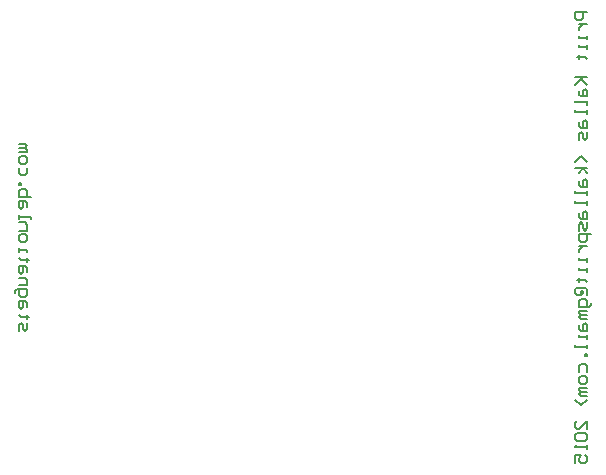
<source format=gbo>
%FSLAX23Y23*%
%MOIN*%
G70*
G01*
G75*
G04 Layer_Color=32896*
%ADD10R,0.047X0.098*%
%ADD11R,0.030X0.035*%
%ADD12C,0.006*%
%ADD13C,0.060*%
%ADD14C,0.061*%
%ADD15C,0.165*%
%ADD16C,0.024*%
%ADD17C,0.010*%
%ADD18C,0.006*%
%ADD19R,0.055X0.106*%
%ADD20R,0.038X0.043*%
%ADD21C,0.068*%
%ADD22C,0.069*%
%ADD23C,0.173*%
D18*
X1021Y1657D02*
Y1677D01*
X1027Y1683D01*
X1034Y1677D01*
Y1663D01*
X1040Y1657D01*
X1047Y1663D01*
Y1683D01*
X1053Y1703D02*
X1047D01*
Y1696D01*
Y1709D01*
Y1703D01*
X1027D01*
X1021Y1709D01*
X1047Y1736D02*
Y1749D01*
X1040Y1755D01*
X1021D01*
Y1736D01*
X1027Y1729D01*
X1034Y1736D01*
Y1755D01*
X1008Y1782D02*
Y1788D01*
X1014Y1795D01*
X1047D01*
Y1775D01*
X1040Y1768D01*
X1027D01*
X1021Y1775D01*
Y1795D01*
Y1808D02*
X1047D01*
Y1827D01*
X1040Y1834D01*
X1021D01*
X1047Y1854D02*
Y1867D01*
X1040Y1873D01*
X1021D01*
Y1854D01*
X1027Y1847D01*
X1034Y1854D01*
Y1873D01*
X1053Y1893D02*
X1047D01*
Y1887D01*
Y1900D01*
Y1893D01*
X1027D01*
X1021Y1900D01*
Y1919D02*
Y1932D01*
Y1926D01*
X1047D01*
Y1919D01*
X1021Y1959D02*
Y1972D01*
X1027Y1978D01*
X1040D01*
X1047Y1972D01*
Y1959D01*
X1040Y1952D01*
X1027D01*
X1021Y1959D01*
Y1991D02*
X1047D01*
Y2011D01*
X1040Y2018D01*
X1021D01*
Y2031D02*
Y2044D01*
Y2037D01*
X1060D01*
Y2031D01*
X1047Y2070D02*
Y2083D01*
X1040Y2090D01*
X1021D01*
Y2070D01*
X1027Y2064D01*
X1034Y2070D01*
Y2090D01*
X1060Y2103D02*
X1021D01*
Y2123D01*
X1027Y2129D01*
X1034D01*
X1040D01*
X1047Y2123D01*
Y2103D01*
X1021Y2142D02*
X1027D01*
Y2149D01*
X1021D01*
Y2142D01*
X1047Y2201D02*
Y2182D01*
X1040Y2175D01*
X1027D01*
X1021Y2182D01*
Y2201D01*
Y2221D02*
Y2234D01*
X1027Y2241D01*
X1040D01*
X1047Y2234D01*
Y2221D01*
X1040Y2214D01*
X1027D01*
X1021Y2221D01*
Y2254D02*
X1047D01*
Y2260D01*
X1040Y2267D01*
X1021D01*
X1040D01*
X1047Y2274D01*
X1040Y2280D01*
X1021D01*
X2913Y2720D02*
X2874D01*
Y2700D01*
X2881Y2693D01*
X2894D01*
X2900Y2700D01*
Y2720D01*
X2887Y2680D02*
X2913D01*
X2900D01*
X2894Y2674D01*
X2887Y2667D01*
Y2661D01*
X2913Y2641D02*
Y2628D01*
Y2634D01*
X2887D01*
Y2641D01*
X2913Y2608D02*
Y2595D01*
Y2602D01*
X2887D01*
Y2608D01*
X2881Y2569D02*
X2887D01*
Y2575D01*
Y2562D01*
Y2569D01*
X2907D01*
X2913Y2562D01*
X2874Y2503D02*
X2913D01*
X2900D01*
X2874Y2477D01*
X2894Y2497D01*
X2913Y2477D01*
X2887Y2457D02*
Y2444D01*
X2894Y2438D01*
X2913D01*
Y2457D01*
X2907Y2464D01*
X2900Y2457D01*
Y2438D01*
X2913Y2424D02*
Y2411D01*
Y2418D01*
X2874D01*
Y2424D01*
X2913Y2392D02*
Y2378D01*
Y2385D01*
X2874D01*
Y2392D01*
X2887Y2352D02*
Y2339D01*
X2894Y2333D01*
X2913D01*
Y2352D01*
X2907Y2359D01*
X2900Y2352D01*
Y2333D01*
X2913Y2319D02*
Y2300D01*
X2907Y2293D01*
X2900Y2300D01*
Y2313D01*
X2894Y2319D01*
X2887Y2313D01*
Y2293D01*
X2913Y2221D02*
X2894Y2241D01*
X2874Y2221D01*
X2913Y2201D02*
X2874D01*
X2900D02*
X2887Y2182D01*
X2900Y2201D02*
X2913Y2182D01*
X2887Y2155D02*
Y2142D01*
X2894Y2136D01*
X2913D01*
Y2155D01*
X2907Y2162D01*
X2900Y2155D01*
Y2136D01*
X2913Y2123D02*
Y2110D01*
Y2116D01*
X2874D01*
Y2123D01*
X2913Y2090D02*
Y2077D01*
Y2083D01*
X2874D01*
Y2090D01*
X2887Y2050D02*
Y2037D01*
X2894Y2031D01*
X2913D01*
Y2050D01*
X2907Y2057D01*
X2900Y2050D01*
Y2031D01*
X2913Y2018D02*
Y1998D01*
X2907Y1991D01*
X2900Y1998D01*
Y2011D01*
X2894Y2018D01*
X2887Y2011D01*
Y1991D01*
X2927Y1978D02*
X2887D01*
Y1959D01*
X2894Y1952D01*
X2907D01*
X2913Y1959D01*
Y1978D01*
X2887Y1939D02*
X2913D01*
X2900D01*
X2894Y1932D01*
X2887Y1926D01*
Y1919D01*
X2913Y1900D02*
Y1887D01*
Y1893D01*
X2887D01*
Y1900D01*
X2913Y1867D02*
Y1854D01*
Y1860D01*
X2887D01*
Y1867D01*
X2881Y1827D02*
X2887D01*
Y1834D01*
Y1821D01*
Y1827D01*
X2907D01*
X2913Y1821D01*
X2900Y1782D02*
X2894D01*
Y1788D01*
X2900D01*
Y1782D01*
X2894Y1775D01*
X2881D01*
X2874Y1782D01*
Y1795D01*
X2881Y1801D01*
X2907D01*
X2913Y1795D01*
Y1775D01*
X2927Y1749D02*
Y1742D01*
X2920Y1736D01*
X2887D01*
Y1755D01*
X2894Y1762D01*
X2907D01*
X2913Y1755D01*
Y1736D01*
Y1723D02*
X2887D01*
Y1716D01*
X2894Y1709D01*
X2913D01*
X2894D01*
X2887Y1703D01*
X2894Y1696D01*
X2913D01*
X2887Y1677D02*
Y1663D01*
X2894Y1657D01*
X2913D01*
Y1677D01*
X2907Y1683D01*
X2900Y1677D01*
Y1657D01*
X2913Y1644D02*
Y1631D01*
Y1637D01*
X2887D01*
Y1644D01*
X2913Y1611D02*
Y1598D01*
Y1604D01*
X2874D01*
Y1611D01*
X2913Y1578D02*
X2907D01*
Y1572D01*
X2913D01*
Y1578D01*
X2887Y1519D02*
Y1539D01*
X2894Y1545D01*
X2907D01*
X2913Y1539D01*
Y1519D01*
Y1499D02*
Y1486D01*
X2907Y1480D01*
X2894D01*
X2887Y1486D01*
Y1499D01*
X2894Y1506D01*
X2907D01*
X2913Y1499D01*
Y1467D02*
X2887D01*
Y1460D01*
X2894Y1454D01*
X2913D01*
X2894D01*
X2887Y1447D01*
X2894Y1440D01*
X2913D01*
Y1427D02*
X2894Y1408D01*
X2874Y1427D01*
X2913Y1329D02*
Y1355D01*
X2887Y1329D01*
X2881D01*
X2874Y1336D01*
Y1349D01*
X2881Y1355D01*
Y1316D02*
X2874Y1309D01*
Y1296D01*
X2881Y1290D01*
X2907D01*
X2913Y1296D01*
Y1309D01*
X2907Y1316D01*
X2881D01*
X2913Y1276D02*
Y1263D01*
Y1270D01*
X2874D01*
X2881Y1276D01*
X2874Y1217D02*
Y1244D01*
X2894D01*
X2887Y1231D01*
Y1224D01*
X2894Y1217D01*
X2907D01*
X2913Y1224D01*
Y1237D01*
X2907Y1244D01*
M02*

</source>
